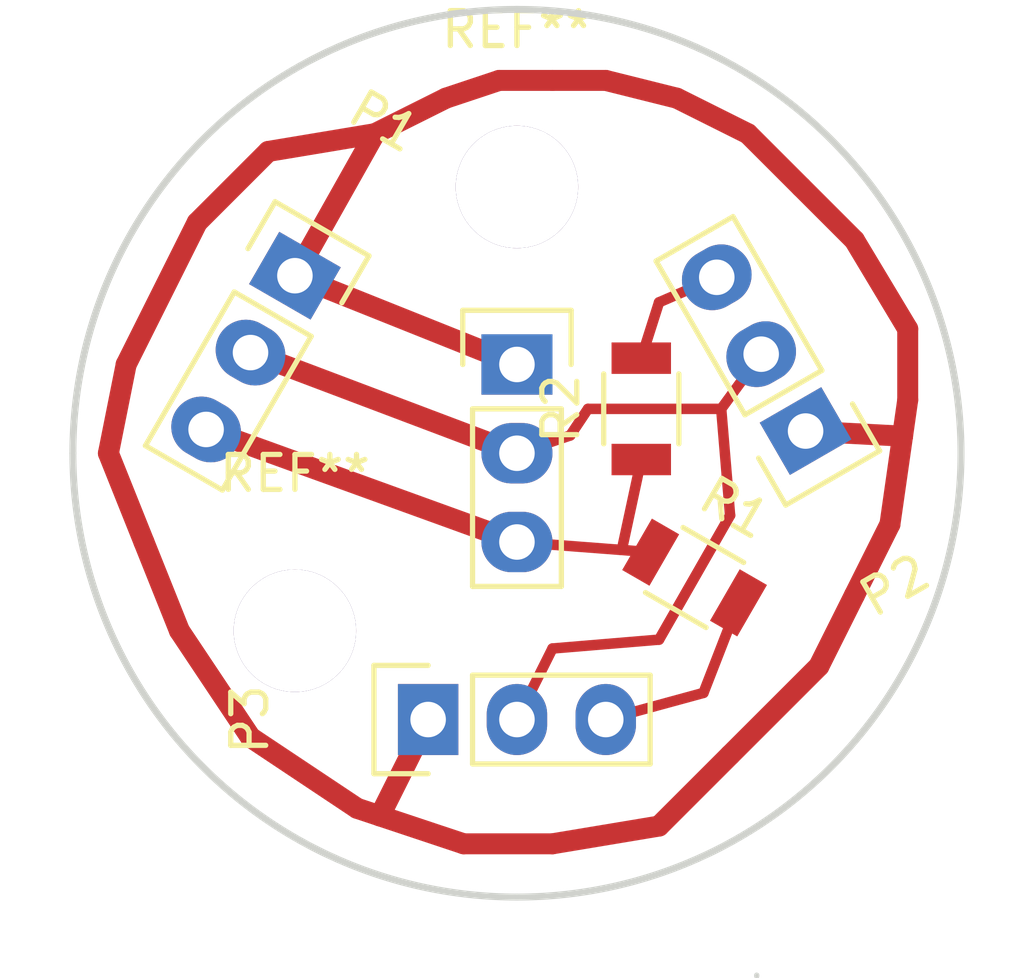
<source format=kicad_pcb>
(kicad_pcb (version 4) (host pcbnew 4.0.1-stable)

  (general
    (links 13)
    (no_connects 2)
    (area 126.705476 75.05412 157.483242 103.935601)
    (thickness 1.6)
    (drawings 5)
    (tracks 50)
    (zones 0)
    (modules 8)
    (nets 4)
  )

  (page A4)
  (layers
    (0 F.Cu signal)
    (31 B.Cu signal)
    (32 B.Adhes user)
    (33 F.Adhes user)
    (34 B.Paste user)
    (35 F.Paste user)
    (36 B.SilkS user)
    (37 F.SilkS user)
    (38 B.Mask user)
    (39 F.Mask user)
    (40 Dwgs.User user)
    (41 Cmts.User user)
    (42 Eco1.User user)
    (43 Eco2.User user)
    (44 Edge.Cuts user)
    (45 Margin user)
    (46 B.CrtYd user)
    (47 F.CrtYd user)
    (48 B.Fab user)
    (49 F.Fab user)
  )

  (setup
    (last_trace_width 0.3)
    (user_trace_width 0.6)
    (user_trace_width 0.9)
    (trace_clearance 0.8)
    (zone_clearance 0.508)
    (zone_45_only no)
    (trace_min 0.2)
    (segment_width 0.2)
    (edge_width 0.2)
    (via_size 0.6)
    (via_drill 0.4)
    (via_min_size 0.4)
    (via_min_drill 0.3)
    (uvia_size 0.3)
    (uvia_drill 0.1)
    (uvias_allowed no)
    (uvia_min_size 0.2)
    (uvia_min_drill 0.1)
    (pcb_text_width 0.3)
    (pcb_text_size 1.5 1.5)
    (mod_edge_width 0.15)
    (mod_text_size 1 1)
    (mod_text_width 0.15)
    (pad_size 1.524 1.524)
    (pad_drill 0.762)
    (pad_to_mask_clearance 0.2)
    (aux_axis_origin 0 0)
    (visible_elements 7FFFFFFF)
    (pcbplotparams
      (layerselection 0x01000_00000001)
      (usegerberextensions false)
      (excludeedgelayer true)
      (linewidth 0.100000)
      (plotframeref false)
      (viasonmask false)
      (mode 1)
      (useauxorigin false)
      (hpglpennumber 1)
      (hpglpenspeed 20)
      (hpglpendiameter 15)
      (hpglpenoverlay 2)
      (psnegative false)
      (psa4output false)
      (plotreference true)
      (plotvalue true)
      (plotinvisibletext false)
      (padsonsilk false)
      (subtractmaskfromsilk false)
      (outputformat 1)
      (mirror false)
      (drillshape 0)
      (scaleselection 1)
      (outputdirectory gerbers/))
  )

  (net 0 "")
  (net 1 VCC)
  (net 2 GND)
  (net 3 "Net-(P1-Pad1)")

  (net_class Default "This is the default net class."
    (clearance 0.8)
    (trace_width 0.3)
    (via_dia 0.6)
    (via_drill 0.4)
    (uvia_dia 0.3)
    (uvia_drill 0.1)
    (add_net GND)
    (add_net "Net-(P1-Pad1)")
    (add_net VCC)
  )

  (module Mounting_Holes:MountingHole_3-5mm (layer F.Cu) (tedit 0) (tstamp 58540199)
    (at 135.89 93.98)
    (descr "Mounting hole, Befestigungsbohrung, 3,5mm, No Annular, Kein Restring,")
    (tags "Mounting hole, Befestigungsbohrung, 3,5mm, No Annular, Kein Restring,")
    (fp_text reference REF** (at 0 -4.50088) (layer F.SilkS)
      (effects (font (size 1 1) (thickness 0.15)))
    )
    (fp_text value MountingHole_3-5mm (at 0 5.00126) (layer F.Fab)
      (effects (font (size 1 1) (thickness 0.15)))
    )
    (fp_circle (center 0 0) (end 3.5 0) (layer Cmts.User) (width 0.381))
    (pad 1 thru_hole circle (at 0 0) (size 3.5 3.5) (drill 3.5) (layers))
  )

  (module Mounting_Holes:MountingHole_3-5mm (layer F.Cu) (tedit 0) (tstamp 58523A3C)
    (at 142.24 81.28)
    (descr "Mounting hole, Befestigungsbohrung, 3,5mm, No Annular, Kein Restring,")
    (tags "Mounting hole, Befestigungsbohrung, 3,5mm, No Annular, Kein Restring,")
    (fp_text reference REF** (at 0 -4.50088) (layer F.SilkS)
      (effects (font (size 1 1) (thickness 0.15)))
    )
    (fp_text value MountingHole_3-5mm (at 0 5.00126) (layer F.Fab)
      (effects (font (size 1 1) (thickness 0.15)))
    )
    (fp_circle (center 0 0) (end 3.5 0) (layer Cmts.User) (width 0.381))
    (pad 1 thru_hole circle (at 0 0) (size 3.5 3.5) (drill 3.5) (layers))
  )

  (module Pin_Headers:Pin_Header_Straight_1x03 (layer F.Cu) (tedit 0) (tstamp 5850675A)
    (at 150.495 88.265 210)
    (descr "Through hole pin header")
    (tags "pin header")
    (path /5850646D)
    (fp_text reference P2 (at 0 -5.1 210) (layer F.SilkS)
      (effects (font (size 1 1) (thickness 0.15)))
    )
    (fp_text value CONN_01X03 (at 0 -3.1 210) (layer F.Fab)
      (effects (font (size 1 1) (thickness 0.15)))
    )
    (fp_line (start -1.75 -1.75) (end -1.75 6.85) (layer F.CrtYd) (width 0.05))
    (fp_line (start 1.75 -1.75) (end 1.75 6.85) (layer F.CrtYd) (width 0.05))
    (fp_line (start -1.75 -1.75) (end 1.75 -1.75) (layer F.CrtYd) (width 0.05))
    (fp_line (start -1.75 6.85) (end 1.75 6.85) (layer F.CrtYd) (width 0.05))
    (fp_line (start -1.27 1.27) (end -1.27 6.35) (layer F.SilkS) (width 0.15))
    (fp_line (start -1.27 6.35) (end 1.27 6.35) (layer F.SilkS) (width 0.15))
    (fp_line (start 1.27 6.35) (end 1.27 1.27) (layer F.SilkS) (width 0.15))
    (fp_line (start 1.55 -1.55) (end 1.55 0) (layer F.SilkS) (width 0.15))
    (fp_line (start 1.27 1.27) (end -1.27 1.27) (layer F.SilkS) (width 0.15))
    (fp_line (start -1.55 0) (end -1.55 -1.55) (layer F.SilkS) (width 0.15))
    (fp_line (start -1.55 -1.55) (end 1.55 -1.55) (layer F.SilkS) (width 0.15))
    (pad 1 thru_hole rect (at 0 0 210) (size 2.032 1.7272) (drill 1.016) (layers *.Cu *.Mask)
      (net 3 "Net-(P1-Pad1)"))
    (pad 2 thru_hole oval (at 0 2.54 210) (size 2.032 1.7272) (drill 1.016) (layers *.Cu *.Mask)
      (net 1 VCC))
    (pad 3 thru_hole oval (at 0 5.08 210) (size 2.032 1.7272) (drill 1.016) (layers *.Cu *.Mask)
      (net 2 GND))
    (model Pin_Headers.3dshapes/Pin_Header_Straight_1x03.wrl
      (at (xyz 0 -0.1 0))
      (scale (xyz 1 1 1))
      (rotate (xyz 0 0 90))
    )
  )

  (module Pin_Headers:Pin_Header_Straight_1x03 (layer F.Cu) (tedit 0) (tstamp 58506761)
    (at 139.7 96.52 90)
    (descr "Through hole pin header")
    (tags "pin header")
    (path /58506501)
    (fp_text reference P3 (at 0 -5.1 90) (layer F.SilkS)
      (effects (font (size 1 1) (thickness 0.15)))
    )
    (fp_text value CONN_01X03 (at 0 -3.1 90) (layer F.Fab)
      (effects (font (size 1 1) (thickness 0.15)))
    )
    (fp_line (start -1.75 -1.75) (end -1.75 6.85) (layer F.CrtYd) (width 0.05))
    (fp_line (start 1.75 -1.75) (end 1.75 6.85) (layer F.CrtYd) (width 0.05))
    (fp_line (start -1.75 -1.75) (end 1.75 -1.75) (layer F.CrtYd) (width 0.05))
    (fp_line (start -1.75 6.85) (end 1.75 6.85) (layer F.CrtYd) (width 0.05))
    (fp_line (start -1.27 1.27) (end -1.27 6.35) (layer F.SilkS) (width 0.15))
    (fp_line (start -1.27 6.35) (end 1.27 6.35) (layer F.SilkS) (width 0.15))
    (fp_line (start 1.27 6.35) (end 1.27 1.27) (layer F.SilkS) (width 0.15))
    (fp_line (start 1.55 -1.55) (end 1.55 0) (layer F.SilkS) (width 0.15))
    (fp_line (start 1.27 1.27) (end -1.27 1.27) (layer F.SilkS) (width 0.15))
    (fp_line (start -1.55 0) (end -1.55 -1.55) (layer F.SilkS) (width 0.15))
    (fp_line (start -1.55 -1.55) (end 1.55 -1.55) (layer F.SilkS) (width 0.15))
    (pad 1 thru_hole rect (at 0 0 90) (size 2.032 1.7272) (drill 1.016) (layers *.Cu *.Mask)
      (net 3 "Net-(P1-Pad1)"))
    (pad 2 thru_hole oval (at 0 2.54 90) (size 2.032 1.7272) (drill 1.016) (layers *.Cu *.Mask)
      (net 1 VCC))
    (pad 3 thru_hole oval (at 0 5.08 90) (size 2.032 1.7272) (drill 1.016) (layers *.Cu *.Mask)
      (net 2 GND))
    (model Pin_Headers.3dshapes/Pin_Header_Straight_1x03.wrl
      (at (xyz 0 -0.1 0))
      (scale (xyz 1 1 1))
      (rotate (xyz 0 0 90))
    )
  )

  (module Pin_Headers:Pin_Header_Straight_1x03 (layer F.Cu) (tedit 0) (tstamp 58506768)
    (at 142.24 86.36)
    (descr "Through hole pin header")
    (tags "pin header")
    (path /58507E09)
    (fp_text reference P4 (at 0 -5.1) (layer F.SilkS)
      (effects (font (size 1 1) (thickness 0.15)))
    )
    (fp_text value CONN_01X03 (at 0 -3.1) (layer F.Fab)
      (effects (font (size 1 1) (thickness 0.15)))
    )
    (fp_line (start -1.75 -1.75) (end -1.75 6.85) (layer F.CrtYd) (width 0.05))
    (fp_line (start 1.75 -1.75) (end 1.75 6.85) (layer F.CrtYd) (width 0.05))
    (fp_line (start -1.75 -1.75) (end 1.75 -1.75) (layer F.CrtYd) (width 0.05))
    (fp_line (start -1.75 6.85) (end 1.75 6.85) (layer F.CrtYd) (width 0.05))
    (fp_line (start -1.27 1.27) (end -1.27 6.35) (layer F.SilkS) (width 0.15))
    (fp_line (start -1.27 6.35) (end 1.27 6.35) (layer F.SilkS) (width 0.15))
    (fp_line (start 1.27 6.35) (end 1.27 1.27) (layer F.SilkS) (width 0.15))
    (fp_line (start 1.55 -1.55) (end 1.55 0) (layer F.SilkS) (width 0.15))
    (fp_line (start 1.27 1.27) (end -1.27 1.27) (layer F.SilkS) (width 0.15))
    (fp_line (start -1.55 0) (end -1.55 -1.55) (layer F.SilkS) (width 0.15))
    (fp_line (start -1.55 -1.55) (end 1.55 -1.55) (layer F.SilkS) (width 0.15))
    (pad 1 thru_hole rect (at 0 0) (size 2.032 1.7272) (drill 1.016) (layers *.Cu *.Mask)
      (net 3 "Net-(P1-Pad1)"))
    (pad 2 thru_hole oval (at 0 2.54) (size 2.032 1.7272) (drill 1.016) (layers *.Cu *.Mask)
      (net 1 VCC))
    (pad 3 thru_hole oval (at 0 5.08) (size 2.032 1.7272) (drill 1.016) (layers *.Cu *.Mask)
      (net 2 GND))
    (model Pin_Headers.3dshapes/Pin_Header_Straight_1x03.wrl
      (at (xyz 0 -0.1 0))
      (scale (xyz 1 1 1))
      (rotate (xyz 0 0 90))
    )
  )

  (module Pin_Headers:Pin_Header_Straight_1x03 (layer F.Cu) (tedit 0) (tstamp 585069FC)
    (at 135.89 83.82 330)
    (descr "Through hole pin header")
    (tags "pin header")
    (path /58506585)
    (fp_text reference P1 (at 0 -5.1 330) (layer F.SilkS)
      (effects (font (size 1 1) (thickness 0.15)))
    )
    (fp_text value CONN_01X03 (at 0 -3.1 330) (layer F.Fab)
      (effects (font (size 1 1) (thickness 0.15)))
    )
    (fp_line (start -1.75 -1.75) (end -1.75 6.85) (layer F.CrtYd) (width 0.05))
    (fp_line (start 1.75 -1.75) (end 1.75 6.85) (layer F.CrtYd) (width 0.05))
    (fp_line (start -1.75 -1.75) (end 1.75 -1.75) (layer F.CrtYd) (width 0.05))
    (fp_line (start -1.75 6.85) (end 1.75 6.85) (layer F.CrtYd) (width 0.05))
    (fp_line (start -1.27 1.27) (end -1.27 6.35) (layer F.SilkS) (width 0.15))
    (fp_line (start -1.27 6.35) (end 1.27 6.35) (layer F.SilkS) (width 0.15))
    (fp_line (start 1.27 6.35) (end 1.27 1.27) (layer F.SilkS) (width 0.15))
    (fp_line (start 1.55 -1.55) (end 1.55 0) (layer F.SilkS) (width 0.15))
    (fp_line (start 1.27 1.27) (end -1.27 1.27) (layer F.SilkS) (width 0.15))
    (fp_line (start -1.55 0) (end -1.55 -1.55) (layer F.SilkS) (width 0.15))
    (fp_line (start -1.55 -1.55) (end 1.55 -1.55) (layer F.SilkS) (width 0.15))
    (pad 1 thru_hole rect (at 0 0 330) (size 2.032 1.7272) (drill 1.016) (layers *.Cu *.Mask)
      (net 3 "Net-(P1-Pad1)"))
    (pad 2 thru_hole oval (at 0 2.54 330) (size 2.032 1.7272) (drill 1.016) (layers *.Cu *.Mask)
      (net 1 VCC))
    (pad 3 thru_hole oval (at 0 5.08 330) (size 2.032 1.7272) (drill 1.016) (layers *.Cu *.Mask)
      (net 2 GND))
    (model Pin_Headers.3dshapes/Pin_Header_Straight_1x03.wrl
      (at (xyz 0 -0.1 0))
      (scale (xyz 1 1 1))
      (rotate (xyz 0 0 90))
    )
  )

  (module Resistors_SMD:R_1206 (layer F.Cu) (tedit 5415CFA7) (tstamp 58540139)
    (at 147.32 92.456 330)
    (descr "Resistor SMD 1206, reflow soldering, Vishay (see dcrcw.pdf)")
    (tags "resistor 1206")
    (path /585077F6)
    (attr smd)
    (fp_text reference R1 (at 0 -2.3 330) (layer F.SilkS)
      (effects (font (size 1 1) (thickness 0.15)))
    )
    (fp_text value 0 (at 0 2.3 330) (layer F.Fab)
      (effects (font (size 1 1) (thickness 0.15)))
    )
    (fp_line (start -2.2 -1.2) (end 2.2 -1.2) (layer F.CrtYd) (width 0.05))
    (fp_line (start -2.2 1.2) (end 2.2 1.2) (layer F.CrtYd) (width 0.05))
    (fp_line (start -2.2 -1.2) (end -2.2 1.2) (layer F.CrtYd) (width 0.05))
    (fp_line (start 2.2 -1.2) (end 2.2 1.2) (layer F.CrtYd) (width 0.05))
    (fp_line (start 1 1.075) (end -1 1.075) (layer F.SilkS) (width 0.15))
    (fp_line (start -1 -1.075) (end 1 -1.075) (layer F.SilkS) (width 0.15))
    (pad 1 smd rect (at -1.45 0 330) (size 0.9 1.7) (layers F.Cu F.Paste F.Mask)
      (net 2 GND))
    (pad 2 smd rect (at 1.45 0 330) (size 0.9 1.7) (layers F.Cu F.Paste F.Mask)
      (net 2 GND))
    (model Resistors_SMD.3dshapes/R_1206.wrl
      (at (xyz 0 0 0))
      (scale (xyz 1 1 1))
      (rotate (xyz 0 0 0))
    )
  )

  (module Resistors_SMD:R_1206 (layer F.Cu) (tedit 5415CFA7) (tstamp 58540145)
    (at 145.796 87.63 90)
    (descr "Resistor SMD 1206, reflow soldering, Vishay (see dcrcw.pdf)")
    (tags "resistor 1206")
    (path /58507930)
    (attr smd)
    (fp_text reference R2 (at 0 -2.3 90) (layer F.SilkS)
      (effects (font (size 1 1) (thickness 0.15)))
    )
    (fp_text value 0 (at 0 2.3 90) (layer F.Fab)
      (effects (font (size 1 1) (thickness 0.15)))
    )
    (fp_line (start -2.2 -1.2) (end 2.2 -1.2) (layer F.CrtYd) (width 0.05))
    (fp_line (start -2.2 1.2) (end 2.2 1.2) (layer F.CrtYd) (width 0.05))
    (fp_line (start -2.2 -1.2) (end -2.2 1.2) (layer F.CrtYd) (width 0.05))
    (fp_line (start 2.2 -1.2) (end 2.2 1.2) (layer F.CrtYd) (width 0.05))
    (fp_line (start 1 1.075) (end -1 1.075) (layer F.SilkS) (width 0.15))
    (fp_line (start -1 -1.075) (end 1 -1.075) (layer F.SilkS) (width 0.15))
    (pad 1 smd rect (at -1.45 0 90) (size 0.9 1.7) (layers F.Cu F.Paste F.Mask)
      (net 2 GND))
    (pad 2 smd rect (at 1.45 0 90) (size 0.9 1.7) (layers F.Cu F.Paste F.Mask)
      (net 2 GND))
    (model Resistors_SMD.3dshapes/R_1206.wrl
      (at (xyz 0 0 0))
      (scale (xyz 1 1 1))
      (rotate (xyz 0 0 0))
    )
  )

  (gr_arc (start 142.24 88.9) (end 129.54 88.9) (angle 90) (layer Edge.Cuts) (width 0.2))
  (gr_arc (start 142.24 88.9) (end 154.94 88.9) (angle 90) (layer Edge.Cuts) (width 0.2))
  (gr_arc (start 142.24 88.9) (end 142.24 101.6) (angle 90) (layer Edge.Cuts) (width 0.2))
  (gr_arc (start 142.24 88.9) (end 142.24 76.2) (angle 90) (layer Edge.Cuts) (width 0.2))
  (gr_line (start 149.098 103.8352) (end 149.098 103.8606) (angle 90) (layer Edge.Cuts) (width 0.15))

  (segment (start 142.24 96.52) (end 143.256 94.488) (width 0.3) (layer F.Cu) (net 1) (tstamp 58540189))
  (segment (start 148.336 90.678) (end 148.082 87.63) (width 0.3) (layer F.Cu) (net 1) (tstamp 5854018E))
  (segment (start 146.304 94.234) (end 148.336 90.678) (width 0.3) (layer F.Cu) (net 1) (tstamp 5854018C))
  (segment (start 143.256 94.488) (end 146.304 94.234) (width 0.3) (layer F.Cu) (net 1) (tstamp 5854018A))
  (segment (start 142.24 88.9) (end 143.764 88.392) (width 0.3) (layer F.Cu) (net 1) (tstamp 58540170))
  (segment (start 148.082 87.63) (end 149.225 86.065295) (width 0.3) (layer F.Cu) (net 1) (tstamp 58540173))
  (segment (start 144.272 87.63) (end 148.082 87.63) (width 0.3) (layer F.Cu) (net 1) (tstamp 58540172))
  (segment (start 143.764 88.392) (end 144.272 87.63) (width 0.3) (layer F.Cu) (net 1) (tstamp 58540171))
  (segment (start 134.62 86.019705) (end 142.24 88.9) (width 0.6) (layer F.Cu) (net 1) (tstamp 58523C94))
  (segment (start 144.78 96.52) (end 147.574 95.758) (width 0.3) (layer F.Cu) (net 2) (tstamp 58540184))
  (segment (start 147.574 95.758) (end 148.575737 93.181) (width 0.3) (layer F.Cu) (net 2) (tstamp 58540185))
  (segment (start 145.796 89.08) (end 145.23888 91.668194) (width 0.3) (layer F.Cu) (net 2) (tstamp 5854017F))
  (segment (start 146.064263 91.731) (end 145.23888 91.668194) (width 0.3) (layer F.Cu) (net 2) (tstamp 5854017C))
  (segment (start 145.23888 91.668194) (end 142.24 91.44) (width 0.3) (layer F.Cu) (net 2) (tstamp 58540182))
  (segment (start 145.796 86.18) (end 146.304 84.582) (width 0.3) (layer F.Cu) (net 2) (tstamp 58540177))
  (segment (start 146.304 84.582) (end 147.955 83.865591) (width 0.3) (layer F.Cu) (net 2) (tstamp 58540178))
  (segment (start 133.35 88.219409) (end 142.24 91.44) (width 0.6) (layer F.Cu) (net 2) (tstamp 58523C97))
  (segment (start 139.7 96.52) (end 138.321143 99.277714) (width 0.6) (layer F.Cu) (net 3) (tstamp 58523C9A))
  (segment (start 135.89 83.82) (end 142.24 86.36) (width 0.6) (layer F.Cu) (net 3) (tstamp 58523C91))
  (segment (start 150.495 88.265) (end 153.268149 88.410955) (width 0.6) (layer F.Cu) (net 3) (tstamp 58523C8C))
  (segment (start 153.268149 88.410955) (end 153.268149 88.410957) (width 0.6) (layer F.Cu) (net 3) (tstamp 58523C8E))
  (segment (start 135.89 83.82) (end 138.176 79.756) (width 0.6) (layer F.Cu) (net 3) (tstamp 58523C67))
  (segment (start 138.176 79.756) (end 140.208 78.74) (width 0.6) (layer F.Cu) (net 3) (tstamp 58523C68))
  (segment (start 140.208 78.74) (end 141.732 78.232) (width 0.6) (layer F.Cu) (net 3) (tstamp 58523C69))
  (segment (start 141.732 78.232) (end 143.256 78.232) (width 0.6) (layer F.Cu) (net 3) (tstamp 58523C6A))
  (segment (start 143.256 78.232) (end 144.78 78.232) (width 0.6) (layer F.Cu) (net 3) (tstamp 58523C6B))
  (segment (start 144.78 78.232) (end 146.812 78.74) (width 0.6) (layer F.Cu) (net 3) (tstamp 58523C6C))
  (segment (start 146.812 78.74) (end 148.844 79.756) (width 0.6) (layer F.Cu) (net 3) (tstamp 58523C6D))
  (segment (start 148.844 79.756) (end 150.368 81.28) (width 0.6) (layer F.Cu) (net 3) (tstamp 58523C6E))
  (segment (start 150.368 81.28) (end 151.892 82.804) (width 0.6) (layer F.Cu) (net 3) (tstamp 58523C6F))
  (segment (start 151.892 82.804) (end 153.416 85.344) (width 0.6) (layer F.Cu) (net 3) (tstamp 58523C70))
  (segment (start 153.416 85.344) (end 153.416 87.376) (width 0.6) (layer F.Cu) (net 3) (tstamp 58523C71))
  (segment (start 153.416 87.376) (end 153.268149 88.410957) (width 0.6) (layer F.Cu) (net 3) (tstamp 58523C72))
  (segment (start 153.268149 88.410957) (end 152.908 90.932) (width 0.6) (layer F.Cu) (net 3) (tstamp 58523C8F))
  (segment (start 152.908 90.932) (end 151.892 92.964) (width 0.6) (layer F.Cu) (net 3) (tstamp 58523C73))
  (segment (start 151.892 92.964) (end 150.876 94.996) (width 0.6) (layer F.Cu) (net 3) (tstamp 58523C74))
  (segment (start 150.876 94.996) (end 148.336 97.536) (width 0.6) (layer F.Cu) (net 3) (tstamp 58523C75))
  (segment (start 148.336 97.536) (end 146.304 99.568) (width 0.6) (layer F.Cu) (net 3) (tstamp 58523C76))
  (segment (start 146.304 99.568) (end 143.256 100.076) (width 0.6) (layer F.Cu) (net 3) (tstamp 58523C77))
  (segment (start 143.256 100.076) (end 140.716 100.076) (width 0.6) (layer F.Cu) (net 3) (tstamp 58523C78))
  (segment (start 140.716 100.076) (end 138.321143 99.277714) (width 0.6) (layer F.Cu) (net 3) (tstamp 58523C7A))
  (segment (start 138.321143 99.277714) (end 137.668 99.06) (width 0.6) (layer F.Cu) (net 3) (tstamp 58523C9D))
  (segment (start 137.668 99.06) (end 134.62 97.028) (width 0.6) (layer F.Cu) (net 3) (tstamp 58523C7C))
  (segment (start 134.62 97.028) (end 132.588 93.98) (width 0.6) (layer F.Cu) (net 3) (tstamp 58523C7E))
  (segment (start 132.588 93.98) (end 131.572 91.44) (width 0.6) (layer F.Cu) (net 3) (tstamp 58523C80))
  (segment (start 131.572 91.44) (end 130.556 88.9) (width 0.6) (layer F.Cu) (net 3) (tstamp 58523C82))
  (segment (start 130.556 88.9) (end 131.064 86.36) (width 0.6) (layer F.Cu) (net 3) (tstamp 58523C84))
  (segment (start 131.064 86.36) (end 133.096 82.296) (width 0.6) (layer F.Cu) (net 3) (tstamp 58523C86))
  (segment (start 133.096 82.296) (end 135.128 80.264) (width 0.6) (layer F.Cu) (net 3) (tstamp 58523C88))
  (segment (start 135.128 80.264) (end 138.176 79.756) (width 0.6) (layer F.Cu) (net 3) (tstamp 58523C89))

)

</source>
